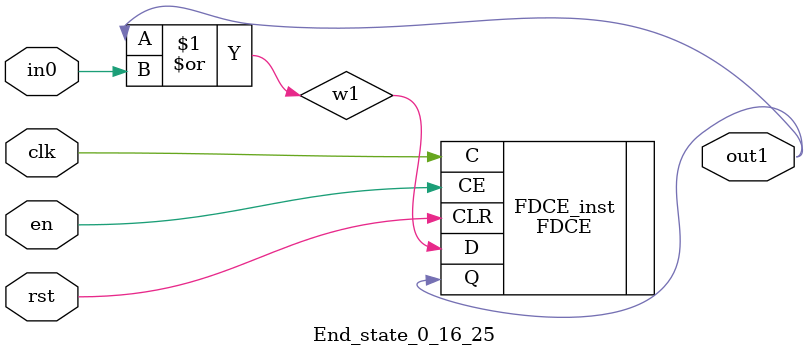
<source format=v>
module engine_0_16(out,clk,sod,en, in_42, in_43, in_0, in_1, in_3, in_4, in_12, in_13, in_17, in_18, in_19, in_30, in_37);
//pcre: /^Connected\s+to\s+[^\r\n]*\x28\d+\.\d+\.\d+\.\d+\x29/smi
//block char: \x28[8], \x29[8], ^[9], \x20[8], N[0], O[0], \x2E[8], \d[5], e[0], c[0], d[0], t[0], [^\r\n][2], 

	input clk,sod,en;

	input in_42, in_43, in_0, in_1, in_3, in_4, in_12, in_13, in_17, in_18, in_19, in_30, in_37;
	output out;

	assign w0 = 1'b1;
	state_0_16_1 BlockState_0_16_1 (w1,in_0,clk,en,sod,w0);
	state_0_16_2 BlockState_0_16_2 (w2,in_18,clk,en,sod,w1);
	state_0_16_3 BlockState_0_16_3 (w3,in_4,clk,en,sod,w2);
	state_0_16_4 BlockState_0_16_4 (w4,in_3,clk,en,sod,w3);
	state_0_16_5 BlockState_0_16_5 (w5,in_3,clk,en,sod,w4);
	state_0_16_6 BlockState_0_16_6 (w6,in_17,clk,en,sod,w5);
	state_0_16_7 BlockState_0_16_7 (w7,in_18,clk,en,sod,w6);
	state_0_16_8 BlockState_0_16_8 (w8,in_30,clk,en,sod,w7);
	state_0_16_9 BlockState_0_16_9 (w9,in_17,clk,en,sod,w8);
	state_0_16_10 BlockState_0_16_10 (w10,in_19,clk,en,sod,w9);
	state_0_16_11 BlockState_0_16_11 (w11,in_1,clk,en,sod,w11,w10);
	state_0_16_12 BlockState_0_16_12 (w12,in_30,clk,en,sod,w11);
	state_0_16_13 BlockState_0_16_13 (w13,in_4,clk,en,sod,w12);
	state_0_16_14 BlockState_0_16_14 (w14,in_1,clk,en,sod,w14,w13);
	state_0_16_15 BlockState_0_16_15 (w15,in_37,clk,en,sod,w15,w14);
	state_0_16_16 BlockState_0_16_16 (w16,in_42,clk,en,sod,w14,w15);
	state_0_16_17 BlockState_0_16_17 (w17,in_13,clk,en,sod,w17,w16);
	state_0_16_18 BlockState_0_16_18 (w18,in_12,clk,en,sod,w17);
	state_0_16_19 BlockState_0_16_19 (w19,in_13,clk,en,sod,w19,w18);
	state_0_16_20 BlockState_0_16_20 (w20,in_12,clk,en,sod,w19);
	state_0_16_21 BlockState_0_16_21 (w21,in_13,clk,en,sod,w21,w20);
	state_0_16_22 BlockState_0_16_22 (w22,in_12,clk,en,sod,w21);
	state_0_16_23 BlockState_0_16_23 (w23,in_13,clk,en,sod,w23,w22);
	state_0_16_24 BlockState_0_16_24 (w24,in_43,clk,en,sod,w23);
	End_state_0_16_25 BlockState_0_16_25 (out,clk,en,sod,w24);
endmodule

module state_0_16_1(out1,in_char,clk,en,rst,in0);
	input in_char,clk,en,rst,in0;
	output out1;
	wire w1,w2;
	assign w1 = in0; 
	and(w2,in_char,w1);
	FDCE #(.INIT(1'b0)) FDCE_inst (
		.Q(out1),
		.C(clk),
		.CE(en),
		.CLR(rst),
		.D(w2)
);
endmodule

module state_0_16_2(out1,in_char,clk,en,rst,in0);
	input in_char,clk,en,rst,in0;
	output out1;
	wire w1,w2;
	assign w1 = in0; 
	and(w2,in_char,w1);
	FDCE #(.INIT(1'b0)) FDCE_inst (
		.Q(out1),
		.C(clk),
		.CE(en),
		.CLR(rst),
		.D(w2)
);
endmodule

module state_0_16_3(out1,in_char,clk,en,rst,in0);
	input in_char,clk,en,rst,in0;
	output out1;
	wire w1,w2;
	assign w1 = in0; 
	and(w2,in_char,w1);
	FDCE #(.INIT(1'b0)) FDCE_inst (
		.Q(out1),
		.C(clk),
		.CE(en),
		.CLR(rst),
		.D(w2)
);
endmodule

module state_0_16_4(out1,in_char,clk,en,rst,in0);
	input in_char,clk,en,rst,in0;
	output out1;
	wire w1,w2;
	assign w1 = in0; 
	and(w2,in_char,w1);
	FDCE #(.INIT(1'b0)) FDCE_inst (
		.Q(out1),
		.C(clk),
		.CE(en),
		.CLR(rst),
		.D(w2)
);
endmodule

module state_0_16_5(out1,in_char,clk,en,rst,in0);
	input in_char,clk,en,rst,in0;
	output out1;
	wire w1,w2;
	assign w1 = in0; 
	and(w2,in_char,w1);
	FDCE #(.INIT(1'b0)) FDCE_inst (
		.Q(out1),
		.C(clk),
		.CE(en),
		.CLR(rst),
		.D(w2)
);
endmodule

module state_0_16_6(out1,in_char,clk,en,rst,in0);
	input in_char,clk,en,rst,in0;
	output out1;
	wire w1,w2;
	assign w1 = in0; 
	and(w2,in_char,w1);
	FDCE #(.INIT(1'b0)) FDCE_inst (
		.Q(out1),
		.C(clk),
		.CE(en),
		.CLR(rst),
		.D(w2)
);
endmodule

module state_0_16_7(out1,in_char,clk,en,rst,in0);
	input in_char,clk,en,rst,in0;
	output out1;
	wire w1,w2;
	assign w1 = in0; 
	and(w2,in_char,w1);
	FDCE #(.INIT(1'b0)) FDCE_inst (
		.Q(out1),
		.C(clk),
		.CE(en),
		.CLR(rst),
		.D(w2)
);
endmodule

module state_0_16_8(out1,in_char,clk,en,rst,in0);
	input in_char,clk,en,rst,in0;
	output out1;
	wire w1,w2;
	assign w1 = in0; 
	and(w2,in_char,w1);
	FDCE #(.INIT(1'b0)) FDCE_inst (
		.Q(out1),
		.C(clk),
		.CE(en),
		.CLR(rst),
		.D(w2)
);
endmodule

module state_0_16_9(out1,in_char,clk,en,rst,in0);
	input in_char,clk,en,rst,in0;
	output out1;
	wire w1,w2;
	assign w1 = in0; 
	and(w2,in_char,w1);
	FDCE #(.INIT(1'b0)) FDCE_inst (
		.Q(out1),
		.C(clk),
		.CE(en),
		.CLR(rst),
		.D(w2)
);
endmodule

module state_0_16_10(out1,in_char,clk,en,rst,in0);
	input in_char,clk,en,rst,in0;
	output out1;
	wire w1,w2;
	assign w1 = in0; 
	and(w2,in_char,w1);
	FDCE #(.INIT(1'b0)) FDCE_inst (
		.Q(out1),
		.C(clk),
		.CE(en),
		.CLR(rst),
		.D(w2)
);
endmodule

module state_0_16_11(out1,in_char,clk,en,rst,in0,in1);
	input in_char,clk,en,rst,in0,in1;
	output out1;
	wire w1,w2;
	or(w1,in0,in1);
	and(w2,in_char,w1);
	FDCE #(.INIT(1'b0)) FDCE_inst (
		.Q(out1),
		.C(clk),
		.CE(en),
		.CLR(rst),
		.D(w2)
);
endmodule

module state_0_16_12(out1,in_char,clk,en,rst,in0);
	input in_char,clk,en,rst,in0;
	output out1;
	wire w1,w2;
	assign w1 = in0; 
	and(w2,in_char,w1);
	FDCE #(.INIT(1'b0)) FDCE_inst (
		.Q(out1),
		.C(clk),
		.CE(en),
		.CLR(rst),
		.D(w2)
);
endmodule

module state_0_16_13(out1,in_char,clk,en,rst,in0);
	input in_char,clk,en,rst,in0;
	output out1;
	wire w1,w2;
	assign w1 = in0; 
	and(w2,in_char,w1);
	FDCE #(.INIT(1'b0)) FDCE_inst (
		.Q(out1),
		.C(clk),
		.CE(en),
		.CLR(rst),
		.D(w2)
);
endmodule

module state_0_16_14(out1,in_char,clk,en,rst,in0,in1);
	input in_char,clk,en,rst,in0,in1;
	output out1;
	wire w1,w2;
	or(w1,in0,in1);
	and(w2,in_char,w1);
	FDCE #(.INIT(1'b0)) FDCE_inst (
		.Q(out1),
		.C(clk),
		.CE(en),
		.CLR(rst),
		.D(w2)
);
endmodule

module state_0_16_15(out1,in_char,clk,en,rst,in0,in1);
	input in_char,clk,en,rst,in0,in1;
	output out1;
	wire w1,w2;
	or(w1,in0,in1);
	and(w2,in_char,w1);
	FDCE #(.INIT(1'b0)) FDCE_inst (
		.Q(out1),
		.C(clk),
		.CE(en),
		.CLR(rst),
		.D(w2)
);
endmodule

module state_0_16_16(out1,in_char,clk,en,rst,in0,in1);
	input in_char,clk,en,rst,in0,in1;
	output out1;
	wire w1,w2;
	or(w1,in0,in1);
	and(w2,in_char,w1);
	FDCE #(.INIT(1'b0)) FDCE_inst (
		.Q(out1),
		.C(clk),
		.CE(en),
		.CLR(rst),
		.D(w2)
);
endmodule

module state_0_16_17(out1,in_char,clk,en,rst,in0,in1);
	input in_char,clk,en,rst,in0,in1;
	output out1;
	wire w1,w2;
	or(w1,in0,in1);
	and(w2,in_char,w1);
	FDCE #(.INIT(1'b0)) FDCE_inst (
		.Q(out1),
		.C(clk),
		.CE(en),
		.CLR(rst),
		.D(w2)
);
endmodule

module state_0_16_18(out1,in_char,clk,en,rst,in0);
	input in_char,clk,en,rst,in0;
	output out1;
	wire w1,w2;
	assign w1 = in0; 
	and(w2,in_char,w1);
	FDCE #(.INIT(1'b0)) FDCE_inst (
		.Q(out1),
		.C(clk),
		.CE(en),
		.CLR(rst),
		.D(w2)
);
endmodule

module state_0_16_19(out1,in_char,clk,en,rst,in0,in1);
	input in_char,clk,en,rst,in0,in1;
	output out1;
	wire w1,w2;
	or(w1,in0,in1);
	and(w2,in_char,w1);
	FDCE #(.INIT(1'b0)) FDCE_inst (
		.Q(out1),
		.C(clk),
		.CE(en),
		.CLR(rst),
		.D(w2)
);
endmodule

module state_0_16_20(out1,in_char,clk,en,rst,in0);
	input in_char,clk,en,rst,in0;
	output out1;
	wire w1,w2;
	assign w1 = in0; 
	and(w2,in_char,w1);
	FDCE #(.INIT(1'b0)) FDCE_inst (
		.Q(out1),
		.C(clk),
		.CE(en),
		.CLR(rst),
		.D(w2)
);
endmodule

module state_0_16_21(out1,in_char,clk,en,rst,in0,in1);
	input in_char,clk,en,rst,in0,in1;
	output out1;
	wire w1,w2;
	or(w1,in0,in1);
	and(w2,in_char,w1);
	FDCE #(.INIT(1'b0)) FDCE_inst (
		.Q(out1),
		.C(clk),
		.CE(en),
		.CLR(rst),
		.D(w2)
);
endmodule

module state_0_16_22(out1,in_char,clk,en,rst,in0);
	input in_char,clk,en,rst,in0;
	output out1;
	wire w1,w2;
	assign w1 = in0; 
	and(w2,in_char,w1);
	FDCE #(.INIT(1'b0)) FDCE_inst (
		.Q(out1),
		.C(clk),
		.CE(en),
		.CLR(rst),
		.D(w2)
);
endmodule

module state_0_16_23(out1,in_char,clk,en,rst,in0,in1);
	input in_char,clk,en,rst,in0,in1;
	output out1;
	wire w1,w2;
	or(w1,in0,in1);
	and(w2,in_char,w1);
	FDCE #(.INIT(1'b0)) FDCE_inst (
		.Q(out1),
		.C(clk),
		.CE(en),
		.CLR(rst),
		.D(w2)
);
endmodule

module state_0_16_24(out1,in_char,clk,en,rst,in0);
	input in_char,clk,en,rst,in0;
	output out1;
	wire w1,w2;
	assign w1 = in0; 
	and(w2,in_char,w1);
	FDCE #(.INIT(1'b0)) FDCE_inst (
		.Q(out1),
		.C(clk),
		.CE(en),
		.CLR(rst),
		.D(w2)
);
endmodule

module End_state_0_16_25(out1,clk,en,rst,in0);
	input clk,rst,en,in0;
	output out1;
	wire w1;
	or(w1,out1,in0);
	FDCE #(.INIT(1'b0)) FDCE_inst (
		.Q(out1),
		.C(clk),
		.CE(en),
		.CLR(rst),
		.D(w1)
);
endmodule


</source>
